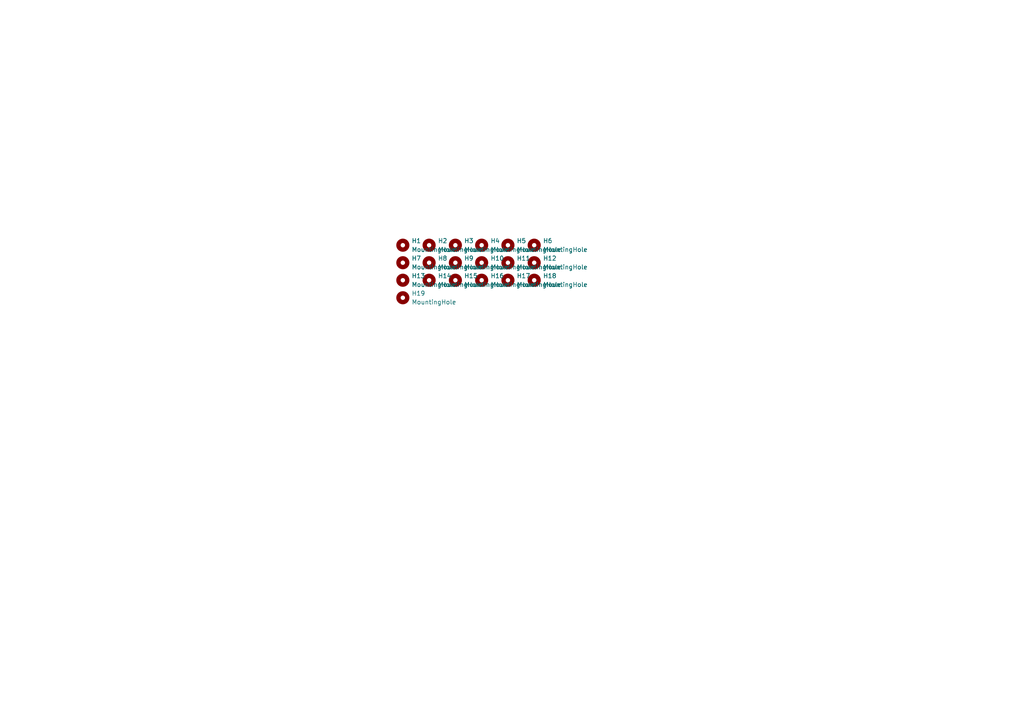
<source format=kicad_sch>
(kicad_sch (version 20231120) (generator "eeschema") (generator_version "8.0")
  (paper "A4")
  (lib_symbols
    (symbol "Mechanical:MountingHole" (pin_names (offset 1.016)) (exclude_from_sim yes) (in_bom no)
      (property "Reference" "H" (at 0 5.08 0))
      (property "Value" "MountingHole" (at 0 3.175 0))
      (symbol "MountingHole_0_1"
        (circle (center 0 0) (radius 1.27) (stroke (width 1.27)))
      )
    )
  )
  (symbol (lib_id "Mechanical:MountingHole") (at 124.46 71.12 0) (unit 1) (exclude_from_sim yes) (in_bom no)
    (property "Reference" "H2" (at 127 69.8499 0) (effects (justify left)))
    (property "Value" "MountingHole" (at 127 72.3899 0) (effects (justify left)))
    (property "Footprint" "footprints:HOLE_M2" (effects (hide yes)))
    (property "Description" "Mounting Hole without connection" (effects (hide yes)))
  )
  (symbol (lib_id "Mechanical:MountingHole") (at 139.7 81.28 0) (unit 1) (exclude_from_sim yes) (in_bom no)
    (property "Reference" "H16" (at 142.24 80.0099 0) (effects (justify left)))
    (property "Value" "MountingHole" (at 142.24 82.5499 0) (effects (justify left)))
    (property "Footprint" "footprints:HOLE_M2" (effects (hide yes)))
    (property "Description" "Mounting Hole without connection" (effects (hide yes)))
  )
  (symbol (lib_id "Mechanical:MountingHole") (at 154.94 76.2 0) (unit 1) (exclude_from_sim yes) (in_bom no)
    (property "Reference" "H12" (at 157.48 74.9299 0) (effects (justify left)))
    (property "Value" "MountingHole" (at 157.48 77.4699 0) (effects (justify left)))
    (property "Footprint" "footprints:HOLE_M2" (effects (hide yes)))
    (property "Description" "Mounting Hole without connection" (effects (hide yes)))
  )
  (symbol (lib_id "Mechanical:MountingHole") (at 147.32 71.12 0) (unit 1) (exclude_from_sim yes) (in_bom no)
    (property "Reference" "H5" (at 149.86 69.8499 0) (effects (justify left)))
    (property "Value" "MountingHole" (at 149.86 72.3899 0) (effects (justify left)))
    (property "Footprint" "footprints:HOLE_M2" (effects (hide yes)))
    (property "Description" "Mounting Hole without connection" (effects (hide yes)))
  )
  (symbol (lib_id "Mechanical:MountingHole") (at 147.32 81.28 0) (unit 1) (exclude_from_sim yes) (in_bom no)
    (property "Reference" "H17" (at 149.86 80.0099 0) (effects (justify left)))
    (property "Value" "MountingHole" (at 149.86 82.5499 0) (effects (justify left)))
    (property "Footprint" "footprints:HOLE_M2" (effects (hide yes)))
    (property "Description" "Mounting Hole without connection" (effects (hide yes)))
  )
  (symbol (lib_id "Mechanical:MountingHole") (at 116.84 86.36 0) (unit 1) (exclude_from_sim yes) (in_bom no)
    (property "Reference" "H19" (at 119.38 85.0899 0) (effects (justify left)))
    (property "Value" "MountingHole" (at 119.38 87.6299 0) (effects (justify left)))
    (property "Footprint" "footprints:HOLE_M2" (effects (hide yes)))
    (property "Description" "Mounting Hole without connection" (effects (hide yes)))
  )
  (symbol (lib_id "Mechanical:MountingHole") (at 132.08 76.2 0) (unit 1) (exclude_from_sim yes) (in_bom no)
    (property "Reference" "H9" (at 134.62 74.9299 0) (effects (justify left)))
    (property "Value" "MountingHole" (at 134.62 77.4699 0) (effects (justify left)))
    (property "Footprint" "footprints:HOLE_M2" (effects (hide yes)))
    (property "Description" "Mounting Hole without connection" (effects (hide yes)))
  )
  (symbol (lib_id "Mechanical:MountingHole") (at 132.08 81.28 0) (unit 1) (exclude_from_sim yes) (in_bom no)
    (property "Reference" "H15" (at 134.62 80.0099 0) (effects (justify left)))
    (property "Value" "MountingHole" (at 134.62 82.5499 0) (effects (justify left)))
    (property "Footprint" "footprints:HOLE_M2" (effects (hide yes)))
    (property "Description" "Mounting Hole without connection" (effects (hide yes)))
  )
  (symbol (lib_id "Mechanical:MountingHole") (at 116.84 81.28 0) (unit 1) (exclude_from_sim yes) (in_bom no)
    (property "Reference" "H13" (at 119.38 80.0099 0) (effects (justify left)))
    (property "Value" "MountingHole" (at 119.38 82.5499 0) (effects (justify left)))
    (property "Footprint" "footprints:HOLE_M2" (effects (hide yes)))
    (property "Description" "Mounting Hole without connection" (effects (hide yes)))
  )
  (symbol (lib_id "Mechanical:MountingHole") (at 116.84 76.2 0) (unit 1) (exclude_from_sim yes) (in_bom no)
    (property "Reference" "H7" (at 119.38 74.9299 0) (effects (justify left)))
    (property "Value" "MountingHole" (at 119.38 77.4699 0) (effects (justify left)))
    (property "Footprint" "footprints:HOLE_M2" (effects (hide yes)))
    (property "Description" "Mounting Hole without connection" (effects (hide yes)))
  )
  (symbol (lib_id "Mechanical:MountingHole") (at 147.32 76.2 0) (unit 1) (exclude_from_sim yes) (in_bom no)
    (property "Reference" "H11" (at 149.86 74.9299 0) (effects (justify left)))
    (property "Value" "MountingHole" (at 149.86 77.4699 0) (effects (justify left)))
    (property "Footprint" "footprints:HOLE_M2" (effects (hide yes)))
    (property "Description" "Mounting Hole without connection" (effects (hide yes)))
  )
  (symbol (lib_id "Mechanical:MountingHole") (at 154.94 71.12 0) (unit 1) (exclude_from_sim yes) (in_bom no)
    (property "Reference" "H6" (at 157.48 69.8499 0) (effects (justify left)))
    (property "Value" "MountingHole" (at 157.48 72.3899 0) (effects (justify left)))
    (property "Footprint" "footprints:HOLE_M2" (effects (hide yes)))
    (property "Description" "Mounting Hole without connection" (effects (hide yes)))
  )
  (symbol (lib_id "Mechanical:MountingHole") (at 124.46 76.2 0) (unit 1) (exclude_from_sim yes) (in_bom no)
    (property "Reference" "H8" (at 127 74.9299 0) (effects (justify left)))
    (property "Value" "MountingHole" (at 127 77.4699 0) (effects (justify left)))
    (property "Footprint" "footprints:HOLE_M2" (effects (hide yes)))
    (property "Description" "Mounting Hole without connection" (effects (hide yes)))
  )
  (symbol (lib_id "Mechanical:MountingHole") (at 116.84 71.12 0) (unit 1) (exclude_from_sim yes) (in_bom no)
    (property "Reference" "H1" (at 119.38 69.8499 0) (effects (justify left)))
    (property "Value" "MountingHole" (at 119.38 72.3899 0) (effects (justify left)))
    (property "Footprint" "footprints:HOLE_M2" (effects (hide yes)))
    (property "Description" "Mounting Hole without connection" (effects (hide yes)))
  )
  (symbol (lib_id "Mechanical:MountingHole") (at 139.7 76.2 0) (unit 1) (exclude_from_sim yes) (in_bom no)
    (property "Reference" "H10" (at 142.24 74.9299 0) (effects (justify left)))
    (property "Value" "MountingHole" (at 142.24 77.4699 0) (effects (justify left)))
    (property "Footprint" "footprints:HOLE_M2" (effects (hide yes)))
    (property "Description" "Mounting Hole without connection" (effects (hide yes)))
  )
  (symbol (lib_id "Mechanical:MountingHole") (at 124.46 81.28 0) (unit 1) (exclude_from_sim yes) (in_bom no)
    (property "Reference" "H14" (at 127 80.0099 0) (effects (justify left)))
    (property "Value" "MountingHole" (at 127 82.5499 0) (effects (justify left)))
    (property "Footprint" "footprints:HOLE_M2" (effects (hide yes)))
    (property "Description" "Mounting Hole without connection" (effects (hide yes)))
  )
  (symbol (lib_id "Mechanical:MountingHole") (at 154.94 81.28 0) (unit 1) (exclude_from_sim yes) (in_bom no)
    (property "Reference" "H18" (at 157.48 80.0099 0) (effects (justify left)))
    (property "Value" "MountingHole" (at 157.48 82.5499 0) (effects (justify left)))
    (property "Footprint" "footprints:HOLE_M2" (effects (hide yes)))
    (property "Description" "Mounting Hole without connection" (effects (hide yes)))
  )
  (symbol (lib_id "Mechanical:MountingHole") (at 139.7 71.12 0) (unit 1) (exclude_from_sim yes) (in_bom no)
    (property "Reference" "H4" (at 142.24 69.8499 0) (effects (justify left)))
    (property "Value" "MountingHole" (at 142.24 72.3899 0) (effects (justify left)))
    (property "Footprint" "footprints:HOLE_M2" (effects (hide yes)))
    (property "Description" "Mounting Hole without connection" (effects (hide yes)))
  )
  (symbol (lib_id "Mechanical:MountingHole") (at 132.08 71.12 0) (unit 1) (exclude_from_sim yes) (in_bom no)
    (property "Reference" "H3" (at 134.62 69.8499 0) (effects (justify left)))
    (property "Value" "MountingHole" (at 134.62 72.3899 0) (effects (justify left)))
    (property "Footprint" "footprints:HOLE_M2" (effects (hide yes)))
    (property "Description" "Mounting Hole without connection" (effects (hide yes)))
  )
)
</source>
